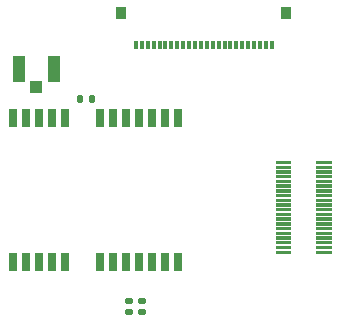
<source format=gtp>
%TF.GenerationSoftware,KiCad,Pcbnew,7.0.2*%
%TF.CreationDate,2023-07-30T22:12:35-04:00*%
%TF.ProjectId,CameraBoard,43616d65-7261-4426-9f61-72642e6b6963,rev?*%
%TF.SameCoordinates,Original*%
%TF.FileFunction,Paste,Top*%
%TF.FilePolarity,Positive*%
%FSLAX46Y46*%
G04 Gerber Fmt 4.6, Leading zero omitted, Abs format (unit mm)*
G04 Created by KiCad (PCBNEW 7.0.2) date 2023-07-30 22:12:35*
%MOMM*%
%LPD*%
G01*
G04 APERTURE LIST*
G04 Aperture macros list*
%AMRoundRect*
0 Rectangle with rounded corners*
0 $1 Rounding radius*
0 $2 $3 $4 $5 $6 $7 $8 $9 X,Y pos of 4 corners*
0 Add a 4 corners polygon primitive as box body*
4,1,4,$2,$3,$4,$5,$6,$7,$8,$9,$2,$3,0*
0 Add four circle primitives for the rounded corners*
1,1,$1+$1,$2,$3*
1,1,$1+$1,$4,$5*
1,1,$1+$1,$6,$7*
1,1,$1+$1,$8,$9*
0 Add four rect primitives between the rounded corners*
20,1,$1+$1,$2,$3,$4,$5,0*
20,1,$1+$1,$4,$5,$6,$7,0*
20,1,$1+$1,$6,$7,$8,$9,0*
20,1,$1+$1,$8,$9,$2,$3,0*%
G04 Aperture macros list end*
%ADD10C,0.010000*%
%ADD11R,0.300000X0.800000*%
%ADD12R,0.950000X1.000000*%
%ADD13RoundRect,0.140000X-0.170000X0.140000X-0.170000X-0.140000X0.170000X-0.140000X0.170000X0.140000X0*%
%ADD14R,0.800000X1.600000*%
%ADD15RoundRect,0.135000X0.135000X0.185000X-0.135000X0.185000X-0.135000X-0.185000X0.135000X-0.185000X0*%
%ADD16R,1.000000X1.050000*%
%ADD17R,1.050000X2.200000*%
G04 APERTURE END LIST*
D10*
X58400000Y-96800000D02*
X57200000Y-96800000D01*
X57200000Y-96600000D01*
X58400000Y-96600000D01*
X58400000Y-96800000D01*
G36*
X58400000Y-96800000D02*
G01*
X57200000Y-96800000D01*
X57200000Y-96600000D01*
X58400000Y-96600000D01*
X58400000Y-96800000D01*
G37*
X54980000Y-96800000D02*
X53780000Y-96800000D01*
X53780000Y-96600000D01*
X54980000Y-96600000D01*
X54980000Y-96800000D01*
G36*
X54980000Y-96800000D02*
G01*
X53780000Y-96800000D01*
X53780000Y-96600000D01*
X54980000Y-96600000D01*
X54980000Y-96800000D01*
G37*
X58400000Y-97200000D02*
X57200000Y-97200000D01*
X57200000Y-97000000D01*
X58400000Y-97000000D01*
X58400000Y-97200000D01*
G36*
X58400000Y-97200000D02*
G01*
X57200000Y-97200000D01*
X57200000Y-97000000D01*
X58400000Y-97000000D01*
X58400000Y-97200000D01*
G37*
X54980000Y-97200000D02*
X53780000Y-97200000D01*
X53780000Y-97000000D01*
X54980000Y-97000000D01*
X54980000Y-97200000D01*
G36*
X54980000Y-97200000D02*
G01*
X53780000Y-97200000D01*
X53780000Y-97000000D01*
X54980000Y-97000000D01*
X54980000Y-97200000D01*
G37*
X58400000Y-97600000D02*
X57200000Y-97600000D01*
X57200000Y-97400000D01*
X58400000Y-97400000D01*
X58400000Y-97600000D01*
G36*
X58400000Y-97600000D02*
G01*
X57200000Y-97600000D01*
X57200000Y-97400000D01*
X58400000Y-97400000D01*
X58400000Y-97600000D01*
G37*
X54980000Y-97600000D02*
X53780000Y-97600000D01*
X53780000Y-97400000D01*
X54980000Y-97400000D01*
X54980000Y-97600000D01*
G36*
X54980000Y-97600000D02*
G01*
X53780000Y-97600000D01*
X53780000Y-97400000D01*
X54980000Y-97400000D01*
X54980000Y-97600000D01*
G37*
X58400000Y-98000000D02*
X57200000Y-98000000D01*
X57200000Y-97800000D01*
X58400000Y-97800000D01*
X58400000Y-98000000D01*
G36*
X58400000Y-98000000D02*
G01*
X57200000Y-98000000D01*
X57200000Y-97800000D01*
X58400000Y-97800000D01*
X58400000Y-98000000D01*
G37*
X54980000Y-98000000D02*
X53780000Y-98000000D01*
X53780000Y-97800000D01*
X54980000Y-97800000D01*
X54980000Y-98000000D01*
G36*
X54980000Y-98000000D02*
G01*
X53780000Y-98000000D01*
X53780000Y-97800000D01*
X54980000Y-97800000D01*
X54980000Y-98000000D01*
G37*
X54980000Y-98000000D02*
X53780000Y-98000000D01*
X53780000Y-97800000D01*
X54980000Y-97800000D01*
X54980000Y-98000000D01*
G36*
X54980000Y-98000000D02*
G01*
X53780000Y-98000000D01*
X53780000Y-97800000D01*
X54980000Y-97800000D01*
X54980000Y-98000000D01*
G37*
X58400000Y-98400000D02*
X57200000Y-98400000D01*
X57200000Y-98200000D01*
X58400000Y-98200000D01*
X58400000Y-98400000D01*
G36*
X58400000Y-98400000D02*
G01*
X57200000Y-98400000D01*
X57200000Y-98200000D01*
X58400000Y-98200000D01*
X58400000Y-98400000D01*
G37*
X54980000Y-98400000D02*
X53780000Y-98400000D01*
X53780000Y-98200000D01*
X54980000Y-98200000D01*
X54980000Y-98400000D01*
G36*
X54980000Y-98400000D02*
G01*
X53780000Y-98400000D01*
X53780000Y-98200000D01*
X54980000Y-98200000D01*
X54980000Y-98400000D01*
G37*
X58400000Y-98800000D02*
X57200000Y-98800000D01*
X57200000Y-98600000D01*
X58400000Y-98600000D01*
X58400000Y-98800000D01*
G36*
X58400000Y-98800000D02*
G01*
X57200000Y-98800000D01*
X57200000Y-98600000D01*
X58400000Y-98600000D01*
X58400000Y-98800000D01*
G37*
X54980000Y-98800000D02*
X53780000Y-98800000D01*
X53780000Y-98600000D01*
X54980000Y-98600000D01*
X54980000Y-98800000D01*
G36*
X54980000Y-98800000D02*
G01*
X53780000Y-98800000D01*
X53780000Y-98600000D01*
X54980000Y-98600000D01*
X54980000Y-98800000D01*
G37*
X58400000Y-99200000D02*
X57200000Y-99200000D01*
X57200000Y-99000000D01*
X58400000Y-99000000D01*
X58400000Y-99200000D01*
G36*
X58400000Y-99200000D02*
G01*
X57200000Y-99200000D01*
X57200000Y-99000000D01*
X58400000Y-99000000D01*
X58400000Y-99200000D01*
G37*
X54980000Y-99200000D02*
X53780000Y-99200000D01*
X53780000Y-99000000D01*
X54980000Y-99000000D01*
X54980000Y-99200000D01*
G36*
X54980000Y-99200000D02*
G01*
X53780000Y-99200000D01*
X53780000Y-99000000D01*
X54980000Y-99000000D01*
X54980000Y-99200000D01*
G37*
X58400000Y-99600000D02*
X57200000Y-99600000D01*
X57200000Y-99400000D01*
X58400000Y-99400000D01*
X58400000Y-99600000D01*
G36*
X58400000Y-99600000D02*
G01*
X57200000Y-99600000D01*
X57200000Y-99400000D01*
X58400000Y-99400000D01*
X58400000Y-99600000D01*
G37*
X54980000Y-99600000D02*
X53780000Y-99600000D01*
X53780000Y-99400000D01*
X54980000Y-99400000D01*
X54980000Y-99600000D01*
G36*
X54980000Y-99600000D02*
G01*
X53780000Y-99600000D01*
X53780000Y-99400000D01*
X54980000Y-99400000D01*
X54980000Y-99600000D01*
G37*
X58400000Y-100000000D02*
X57200000Y-100000000D01*
X57200000Y-99800000D01*
X58400000Y-99800000D01*
X58400000Y-100000000D01*
G36*
X58400000Y-100000000D02*
G01*
X57200000Y-100000000D01*
X57200000Y-99800000D01*
X58400000Y-99800000D01*
X58400000Y-100000000D01*
G37*
X54980000Y-100000000D02*
X53780000Y-100000000D01*
X53780000Y-99800000D01*
X54980000Y-99800000D01*
X54980000Y-100000000D01*
G36*
X54980000Y-100000000D02*
G01*
X53780000Y-100000000D01*
X53780000Y-99800000D01*
X54980000Y-99800000D01*
X54980000Y-100000000D01*
G37*
X58400000Y-100400000D02*
X57200000Y-100400000D01*
X57200000Y-100200000D01*
X58400000Y-100200000D01*
X58400000Y-100400000D01*
G36*
X58400000Y-100400000D02*
G01*
X57200000Y-100400000D01*
X57200000Y-100200000D01*
X58400000Y-100200000D01*
X58400000Y-100400000D01*
G37*
X54980000Y-100400000D02*
X53780000Y-100400000D01*
X53780000Y-100200000D01*
X54980000Y-100200000D01*
X54980000Y-100400000D01*
G36*
X54980000Y-100400000D02*
G01*
X53780000Y-100400000D01*
X53780000Y-100200000D01*
X54980000Y-100200000D01*
X54980000Y-100400000D01*
G37*
X58400000Y-100800000D02*
X57200000Y-100800000D01*
X57200000Y-100600000D01*
X58400000Y-100600000D01*
X58400000Y-100800000D01*
G36*
X58400000Y-100800000D02*
G01*
X57200000Y-100800000D01*
X57200000Y-100600000D01*
X58400000Y-100600000D01*
X58400000Y-100800000D01*
G37*
X54980000Y-100800000D02*
X53780000Y-100800000D01*
X53780000Y-100600000D01*
X54980000Y-100600000D01*
X54980000Y-100800000D01*
G36*
X54980000Y-100800000D02*
G01*
X53780000Y-100800000D01*
X53780000Y-100600000D01*
X54980000Y-100600000D01*
X54980000Y-100800000D01*
G37*
X58400000Y-101200000D02*
X57200000Y-101200000D01*
X57200000Y-101000000D01*
X58400000Y-101000000D01*
X58400000Y-101200000D01*
G36*
X58400000Y-101200000D02*
G01*
X57200000Y-101200000D01*
X57200000Y-101000000D01*
X58400000Y-101000000D01*
X58400000Y-101200000D01*
G37*
X54980000Y-101200000D02*
X53780000Y-101200000D01*
X53780000Y-101000000D01*
X54980000Y-101000000D01*
X54980000Y-101200000D01*
G36*
X54980000Y-101200000D02*
G01*
X53780000Y-101200000D01*
X53780000Y-101000000D01*
X54980000Y-101000000D01*
X54980000Y-101200000D01*
G37*
X58400000Y-101600000D02*
X57200000Y-101600000D01*
X57200000Y-101400000D01*
X58400000Y-101400000D01*
X58400000Y-101600000D01*
G36*
X58400000Y-101600000D02*
G01*
X57200000Y-101600000D01*
X57200000Y-101400000D01*
X58400000Y-101400000D01*
X58400000Y-101600000D01*
G37*
X54980000Y-101600000D02*
X53780000Y-101600000D01*
X53780000Y-101400000D01*
X54980000Y-101400000D01*
X54980000Y-101600000D01*
G36*
X54980000Y-101600000D02*
G01*
X53780000Y-101600000D01*
X53780000Y-101400000D01*
X54980000Y-101400000D01*
X54980000Y-101600000D01*
G37*
X58400000Y-102000000D02*
X57200000Y-102000000D01*
X57200000Y-101800000D01*
X58400000Y-101800000D01*
X58400000Y-102000000D01*
G36*
X58400000Y-102000000D02*
G01*
X57200000Y-102000000D01*
X57200000Y-101800000D01*
X58400000Y-101800000D01*
X58400000Y-102000000D01*
G37*
X54980000Y-102000000D02*
X53780000Y-102000000D01*
X53780000Y-101800000D01*
X54980000Y-101800000D01*
X54980000Y-102000000D01*
G36*
X54980000Y-102000000D02*
G01*
X53780000Y-102000000D01*
X53780000Y-101800000D01*
X54980000Y-101800000D01*
X54980000Y-102000000D01*
G37*
X58400000Y-102400000D02*
X57200000Y-102400000D01*
X57200000Y-102200000D01*
X58400000Y-102200000D01*
X58400000Y-102400000D01*
G36*
X58400000Y-102400000D02*
G01*
X57200000Y-102400000D01*
X57200000Y-102200000D01*
X58400000Y-102200000D01*
X58400000Y-102400000D01*
G37*
X54980000Y-102400000D02*
X53780000Y-102400000D01*
X53780000Y-102200000D01*
X54980000Y-102200000D01*
X54980000Y-102400000D01*
G36*
X54980000Y-102400000D02*
G01*
X53780000Y-102400000D01*
X53780000Y-102200000D01*
X54980000Y-102200000D01*
X54980000Y-102400000D01*
G37*
X58400000Y-102800000D02*
X57200000Y-102800000D01*
X57200000Y-102600000D01*
X58400000Y-102600000D01*
X58400000Y-102800000D01*
G36*
X58400000Y-102800000D02*
G01*
X57200000Y-102800000D01*
X57200000Y-102600000D01*
X58400000Y-102600000D01*
X58400000Y-102800000D01*
G37*
X54980000Y-102800000D02*
X53780000Y-102800000D01*
X53780000Y-102600000D01*
X54980000Y-102600000D01*
X54980000Y-102800000D01*
G36*
X54980000Y-102800000D02*
G01*
X53780000Y-102800000D01*
X53780000Y-102600000D01*
X54980000Y-102600000D01*
X54980000Y-102800000D01*
G37*
X58400000Y-103200000D02*
X57200000Y-103200000D01*
X57200000Y-103000000D01*
X58400000Y-103000000D01*
X58400000Y-103200000D01*
G36*
X58400000Y-103200000D02*
G01*
X57200000Y-103200000D01*
X57200000Y-103000000D01*
X58400000Y-103000000D01*
X58400000Y-103200000D01*
G37*
X58400000Y-103200000D02*
X57200000Y-103200000D01*
X57200000Y-103000000D01*
X58400000Y-103000000D01*
X58400000Y-103200000D01*
G36*
X58400000Y-103200000D02*
G01*
X57200000Y-103200000D01*
X57200000Y-103000000D01*
X58400000Y-103000000D01*
X58400000Y-103200000D01*
G37*
X54980000Y-103200000D02*
X53780000Y-103200000D01*
X53780000Y-103000000D01*
X54980000Y-103000000D01*
X54980000Y-103200000D01*
G36*
X54980000Y-103200000D02*
G01*
X53780000Y-103200000D01*
X53780000Y-103000000D01*
X54980000Y-103000000D01*
X54980000Y-103200000D01*
G37*
X58400000Y-103600000D02*
X57200000Y-103600000D01*
X57200000Y-103400000D01*
X58400000Y-103400000D01*
X58400000Y-103600000D01*
G36*
X58400000Y-103600000D02*
G01*
X57200000Y-103600000D01*
X57200000Y-103400000D01*
X58400000Y-103400000D01*
X58400000Y-103600000D01*
G37*
X54980000Y-103600000D02*
X53780000Y-103600000D01*
X53780000Y-103400000D01*
X54980000Y-103400000D01*
X54980000Y-103600000D01*
G36*
X54980000Y-103600000D02*
G01*
X53780000Y-103600000D01*
X53780000Y-103400000D01*
X54980000Y-103400000D01*
X54980000Y-103600000D01*
G37*
X58400000Y-104000000D02*
X57200000Y-104000000D01*
X57200000Y-103800000D01*
X58400000Y-103800000D01*
X58400000Y-104000000D01*
G36*
X58400000Y-104000000D02*
G01*
X57200000Y-104000000D01*
X57200000Y-103800000D01*
X58400000Y-103800000D01*
X58400000Y-104000000D01*
G37*
X54980000Y-104000000D02*
X53780000Y-104000000D01*
X53780000Y-103800000D01*
X54980000Y-103800000D01*
X54980000Y-104000000D01*
G36*
X54980000Y-104000000D02*
G01*
X53780000Y-104000000D01*
X53780000Y-103800000D01*
X54980000Y-103800000D01*
X54980000Y-104000000D01*
G37*
X58400000Y-104400000D02*
X57200000Y-104400000D01*
X57200000Y-104200000D01*
X58400000Y-104200000D01*
X58400000Y-104400000D01*
G36*
X58400000Y-104400000D02*
G01*
X57200000Y-104400000D01*
X57200000Y-104200000D01*
X58400000Y-104200000D01*
X58400000Y-104400000D01*
G37*
X54980000Y-104400000D02*
X53780000Y-104400000D01*
X53780000Y-104200000D01*
X54980000Y-104200000D01*
X54980000Y-104400000D01*
G36*
X54980000Y-104400000D02*
G01*
X53780000Y-104400000D01*
X53780000Y-104200000D01*
X54980000Y-104200000D01*
X54980000Y-104400000D01*
G37*
D11*
X53425000Y-86800000D03*
X52925000Y-86800000D03*
X52425000Y-86800000D03*
X51925000Y-86800000D03*
X51425000Y-86800000D03*
X50925000Y-86800000D03*
X50425000Y-86800000D03*
X49925000Y-86800000D03*
X49425000Y-86800000D03*
X48925000Y-86800000D03*
X48425000Y-86800000D03*
X47925000Y-86800000D03*
X47425000Y-86800000D03*
X46925000Y-86800000D03*
X46425000Y-86800000D03*
X45925000Y-86800000D03*
X45425000Y-86800000D03*
X44925000Y-86800000D03*
X44425000Y-86800000D03*
X43925000Y-86800000D03*
X43425000Y-86800000D03*
X42925000Y-86800000D03*
X42425000Y-86800000D03*
X41925000Y-86800000D03*
D12*
X54650000Y-84100000D03*
X40700000Y-84100000D03*
D13*
X42400000Y-108440000D03*
X42400000Y-109400000D03*
D14*
X45500000Y-93000000D03*
X44400000Y-93000000D03*
X43300000Y-93000000D03*
X42200000Y-93000000D03*
X41100000Y-93000000D03*
X40000000Y-93000000D03*
X38900000Y-93000000D03*
X35900000Y-93000000D03*
X34800000Y-93000000D03*
X33700000Y-93000000D03*
X32600000Y-93000000D03*
X31500000Y-93000000D03*
X31500000Y-105200000D03*
X32600000Y-105200000D03*
X33700000Y-105200000D03*
X34800000Y-105200000D03*
X35900000Y-105200000D03*
X38900000Y-105200000D03*
X40000000Y-105200000D03*
X41100000Y-105200000D03*
X42200000Y-105200000D03*
X43300000Y-105200000D03*
X44400000Y-105200000D03*
X45500000Y-105200000D03*
D13*
X41300000Y-108440000D03*
X41300000Y-109400000D03*
D15*
X38210000Y-91400000D03*
X37190000Y-91400000D03*
D16*
X33475000Y-90325000D03*
D17*
X32000000Y-88800000D03*
X34950000Y-88800000D03*
M02*

</source>
